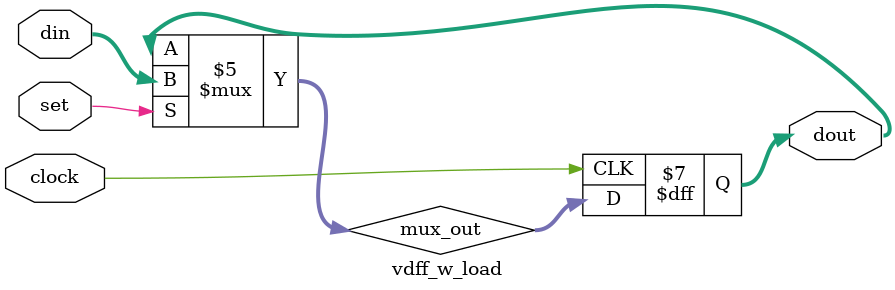
<source format=v>
module vdff_w_load(clock, set, din, dout);
    parameter k = 16;

    input [k-1:0] din;
    input clock, set;

    output [k-1:0] dout;

    reg [k-1:0] mux_out;
    reg [k-1:0] dout;

    // If load is set to 0, the output of the mux is not updated from its present value
    always @* begin
        if (set == 1'b0)
            mux_out = dout;
        else
            mux_out = din;
    end

    // At the rising edge of the clock, Q gets the value of D
    always @(posedge clock) begin
        dout = mux_out;
    end
endmodule

</source>
